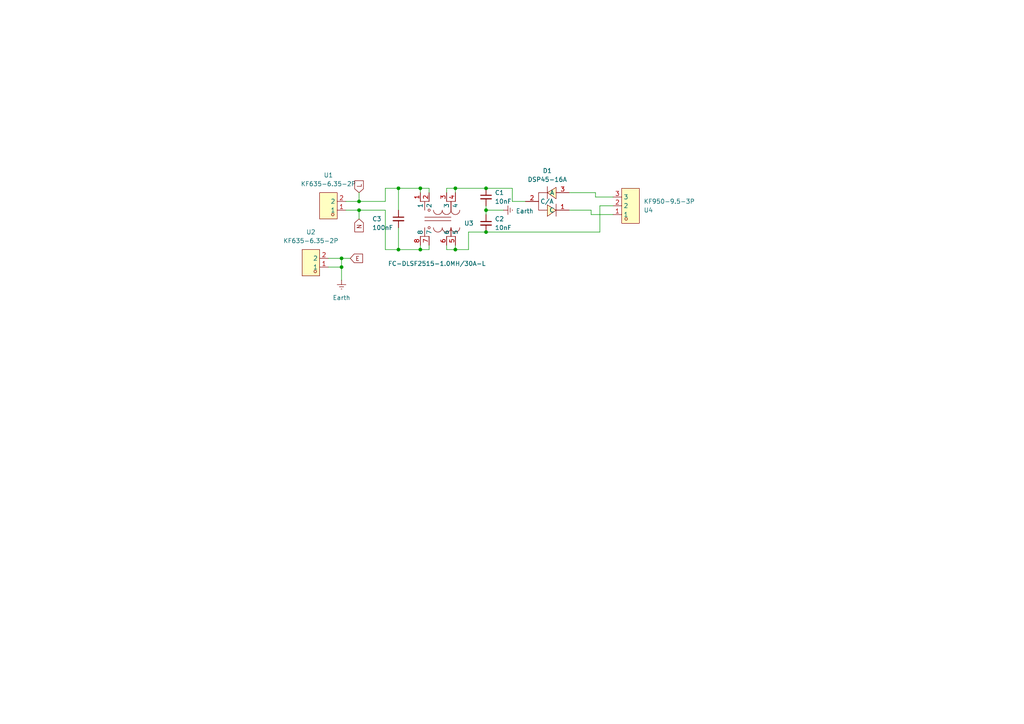
<source format=kicad_sch>
(kicad_sch (version 20250114) (generator "eeschema") (generator_version "9.0")
  (paper "A4")
  (lib_symbols
    (symbol "Custom Parts:C_Small" (pin_numbers (hide yes)) (pin_names (offset 0.254) (hide yes))
      (property "Reference" "C" (at 0.254 1.778 0))
      (property "Value" "C_Small" (at 0.254 -2.032 0))
      (symbol "C_Small_0_1"
        (polyline (pts (xy -1.524 0.508) (xy 1.524 0.508)) (stroke (width 0.3048)))
        (polyline (pts (xy -1.524 -0.508) (xy 1.524 -0.508)) (stroke (width 0.3302)))
      )
      (symbol "C_Small_1_1"
        (pin passive line (at 0 2.54 270) (length 2.032) (name "~") (number "1"))
        (pin passive line (at 0 -2.54 90) (length 2.032) (name "~") (number "2"))
      )
    )
    (symbol "Custom Parts:DSP45-16A"
      (property "Reference" "D" (at 0 7.62 0))
      (property "Value" "DSP45-16A" (at 0 -7.62 0))
      (symbol "DSP45-16A_0_1"
        (polyline (pts (xy -1.27 4.32) (xy -1.27 0.76)))
        (polyline (pts (xy -1.27 -1.02) (xy 1.27 -2.54) (xy -1.27 -4.32) (xy -1.27 -1.02)) (fill (type background)))
        (polyline (pts (xy -1.27 -2.54) (xy -3.81 -2.54) (xy -3.81 2.54) (xy -1.27 2.54)))
        (polyline (pts (xy 1.27 4.06) (xy -1.27 2.54) (xy 1.27 0.76) (xy 1.27 4.06)) (fill (type background)))
        (polyline (pts (xy 1.27 -0.76) (xy 1.27 -4.32)))
        (pin unspecified line (at -7.62 0 0) (length 3.81) (name "C/A") (number "2"))
        (pin unspecified line (at 5.08 2.54 180) (length 3.81) (name "A") (number "3"))
        (pin unspecified line (at 5.08 -2.54 180) (length 3.81) (name "C") (number "1"))
      )
    )
    (symbol "Custom Parts:Earth" (power) (pin_numbers (hide yes)) (pin_names (offset 0) (hide yes))
      (property "Value" "Earth" (at 0 -3.81 0))
      (symbol "Earth_0_1"
        (polyline (pts (xy -0.635 -1.905) (xy 0.635 -1.905)))
        (polyline (pts (xy -0.127 -2.54) (xy 0.127 -2.54)))
        (polyline (pts (xy 0 -1.27) (xy 0 0)))
        (polyline (pts (xy 1.27 -1.27) (xy -1.27 -1.27)))
      )
      (symbol "Earth_1_1"
        (pin power_in line (at 0 0 270) (length 0) (name "~") (number "1"))
      )
    )
    (symbol "Custom Parts:FC-DLSF2515-1.0MH_30A-L"
      (property "Reference" "U" (at 0 11.43 0))
      (property "Value" "FC-DLSF2515-1.0MH/30A-L" (at 0 -8.89 0))
      (symbol "FC-DLSF2515-1.0MH_30A-L_0_1"
        (arc (start -2.54 2.54) (mid -1.2744 1.27) (end -2.54 0))
        (arc (start -2.54 0) (mid -1.2744 -1.27) (end -2.54 -2.54))
        (arc (start -2.54 -2.54) (mid -1.2744 -3.81) (end -2.54 -5.08))
        (polyline (pts (xy -2.54 5.08) (xy -5.08 5.08) (xy -5.08 3.81) (xy -5.08 6.35)))
        (circle (center -2.54 3.81) (radius 0.32))
        (polyline (pts (xy -2.54 -2.54) (xy -5.08 -2.54)))
        (polyline (pts (xy -2.54 -2.54) (xy -5.08 -2.54) (xy -5.08 -3.81) (xy -5.08 -1.27)))
        (polyline (pts (xy -0.51 5.08) (xy -0.51 -2.29) (xy -0.51 -2.54)))
        (polyline (pts (xy 0.51 5.08) (xy 0.51 -2.54)))
        (arc (start 2.54 2.54) (mid 3.806 1.27) (end 2.54 0))
        (arc (start 2.54 0) (mid 3.806 -1.27) (end 2.54 -2.54))
        (arc (start 2.54 -2.54) (mid 3.806 -3.81) (end 2.54 -5.08))
        (polyline (pts (xy 2.54 5.08) (xy 5.08 5.08)))
        (polyline (pts (xy 2.54 5.08) (xy 5.08 5.08) (xy 5.08 6.35) (xy 5.08 3.81)))
        (circle (center 2.54 3.81) (radius 0.32))
        (polyline (pts (xy 2.54 -2.54) (xy 5.08 -2.54)))
        (polyline (pts (xy 2.54 -2.54) (xy 5.08 -2.54) (xy 5.08 -1.27) (xy 5.08 -3.81)))
        (pin unspecified line (at -7.62 6.35 0) (length 2.54) (name "1") (number "1"))
        (pin unspecified line (at -7.62 3.81 0) (length 2.54) (name "2") (number "2"))
        (pin unspecified line (at -7.62 -1.27 0) (length 2.54) (name "3") (number "3"))
        (pin unspecified line (at -7.62 -3.81 0) (length 2.54) (name "4") (number "4"))
        (pin unspecified line (at 7.62 6.35 180) (length 2.54) (name "8") (number "8"))
        (pin unspecified line (at 7.62 3.81 180) (length 2.54) (name "7") (number "7"))
        (pin unspecified line (at 7.62 -1.27 180) (length 2.54) (name "6") (number "6"))
        (pin unspecified line (at 7.62 -3.81 180) (length 2.54) (name "5") (number "5"))
      )
    )
    (symbol "Custom Parts:KF635-6.35-2P"
      (property "Reference" "U" (at 0 6.35 0))
      (property "Value" "KF635-6.35-2P" (at 0 -6.35 0))
      (symbol "KF635-6.35-2P_0_1"
        (rectangle (start -2.54 3.81) (end 2.54 -3.81) (fill (type background)))
        (circle (center -1.27 2.54) (radius 0.38))
        (pin unspecified line (at -5.08 1.27 0) (length 2.54) (name "1") (number "1"))
        (pin unspecified line (at -5.08 -1.27 0) (length 2.54) (name "2") (number "2"))
      )
    )
    (symbol "Custom Parts:KF950-9.5-3P"
      (property "Reference" "U" (at 0 7.62 0))
      (property "Value" "KF950-9.5-3P" (at 0 -7.62 0))
      (symbol "KF950-9.5-3P_0_1"
        (rectangle (start -2.54 5.08) (end 2.54 -5.08) (fill (type background)))
        (circle (center -1.27 3.81) (radius 0.38))
        (pin unspecified line (at -5.08 2.54 0) (length 2.54) (name "1") (number "1"))
        (pin unspecified line (at -5.08 0 0) (length 2.54) (name "2") (number "2"))
        (pin unspecified line (at -5.08 -2.54 0) (length 2.54) (name "3") (number "3"))
      )
    )
  )
  (junction (at 99.06 74.93))
  (junction (at 132.08 54.61))
  (junction (at 115.57 54.61))
  (junction (at 104.14 60.96))
  (junction (at 115.57 72.39))
  (junction (at 99.06 77.47))
  (junction (at 140.97 60.96))
  (junction (at 121.92 72.39))
  (junction (at 132.08 72.39))
  (junction (at 140.97 67.31))
  (junction (at 140.97 54.61))
  (junction (at 104.14 58.42))
  (junction (at 121.92 54.61))
  (wire (pts (xy 115.57 54.61) (xy 115.57 60.96)))
  (wire (pts (xy 148.59 54.61) (xy 148.59 58.42)))
  (wire (pts (xy 111.76 58.42) (xy 111.76 54.61)))
  (wire (pts (xy 100.33 58.42) (xy 104.14 58.42)))
  (wire (pts (xy 171.45 62.23) (xy 177.8 62.23)))
  (wire (pts (xy 148.59 58.42) (xy 152.4 58.42)))
  (wire (pts (xy 129.54 55.88) (xy 129.54 54.61)))
  (wire (pts (xy 121.92 54.61) (xy 124.46 54.61)))
  (wire (pts (xy 115.57 72.39) (xy 121.92 72.39)))
  (wire (pts (xy 173.99 59.69) (xy 177.8 59.69)))
  (wire (pts (xy 129.54 54.61) (xy 132.08 54.61)))
  (wire (pts (xy 129.54 72.39) (xy 132.08 72.39)))
  (wire (pts (xy 100.33 60.96) (xy 104.14 60.96)))
  (wire (pts (xy 173.99 67.31) (xy 173.99 59.69)))
  (wire (pts (xy 172.72 57.15) (xy 177.8 57.15)))
  (wire (pts (xy 115.57 54.61) (xy 121.92 54.61)))
  (wire (pts (xy 111.76 54.61) (xy 115.57 54.61)))
  (wire (pts (xy 140.97 54.61) (xy 148.59 54.61)))
  (wire (pts (xy 132.08 54.61) (xy 132.08 55.88)))
  (wire (pts (xy 140.97 67.31) (xy 173.99 67.31)))
  (wire (pts (xy 172.72 55.88) (xy 172.72 57.15)))
  (wire (pts (xy 165.1 60.96) (xy 171.45 60.96)))
  (wire (pts (xy 104.14 60.96) (xy 111.76 60.96)))
  (wire (pts (xy 129.54 71.12) (xy 129.54 72.39)))
  (wire (pts (xy 124.46 54.61) (xy 124.46 55.88)))
  (wire (pts (xy 121.92 72.39) (xy 121.92 71.12)))
  (wire (pts (xy 104.14 60.96) (xy 104.14 63.5)))
  (wire (pts (xy 115.57 66.04) (xy 115.57 72.39)))
  (wire (pts (xy 95.25 77.47) (xy 99.06 77.47)))
  (wire (pts (xy 135.89 67.31) (xy 140.97 67.31)))
  (wire (pts (xy 165.1 55.88) (xy 172.72 55.88)))
  (wire (pts (xy 104.14 58.42) (xy 111.76 58.42)))
  (wire (pts (xy 121.92 54.61) (xy 121.92 55.88)))
  (wire (pts (xy 132.08 72.39) (xy 135.89 72.39)))
  (wire (pts (xy 135.89 72.39) (xy 135.89 67.31)))
  (wire (pts (xy 99.06 74.93) (xy 99.06 77.47)))
  (wire (pts (xy 124.46 72.39) (xy 124.46 71.12)))
  (wire (pts (xy 140.97 60.96) (xy 140.97 62.23)))
  (wire (pts (xy 121.92 72.39) (xy 124.46 72.39)))
  (wire (pts (xy 140.97 60.96) (xy 146.05 60.96)))
  (wire (pts (xy 171.45 60.96) (xy 171.45 62.23)))
  (wire (pts (xy 99.06 77.47) (xy 99.06 81.28)))
  (wire (pts (xy 104.14 55.88) (xy 104.14 58.42)))
  (wire (pts (xy 111.76 72.39) (xy 115.57 72.39)))
  (wire (pts (xy 95.25 74.93) (xy 99.06 74.93)))
  (wire (pts (xy 99.06 74.93) (xy 101.6 74.93)))
  (wire (pts (xy 132.08 54.61) (xy 140.97 54.61)))
  (wire (pts (xy 140.97 59.69) (xy 140.97 60.96)))
  (wire (pts (xy 111.76 60.96) (xy 111.76 72.39)))
  (wire (pts (xy 132.08 71.12) (xy 132.08 72.39)))
  (global_label "N" (shape input) (at 104.14 63.5 270) (property "Intersheetrefs" "${INTERSHEET_REFS}" (effects (hide yes))))
  (global_label "E" (shape input) (at 101.6 74.93 0) (property "Intersheetrefs" "${INTERSHEET_REFS}" (effects (hide yes))))
  (global_label "L" (shape input) (at 104.14 55.88 90) (property "Intersheetrefs" "${INTERSHEET_REFS}" (effects (hide yes))))
  (symbol (lib_id "Custom Parts:C_Small") (at 115.57 63.5 0) (unit 1)
    (property "Reference" "C3" (at 107.95 63.5 0) (effects (justify left)))
    (property "Value" "100nF" (at 107.95 66.04 0) (effects (justify left)))
    (property "Footprint" "Custom Parts:CAP-TH_L26.5-W11.0-P22.50-D1.4" (effects (hide yes)))
    (property "Description" "Unpolarized capacitor, small symbol" (effects (hide yes)))
  )
  (symbol (lib_id "Custom Parts:KF950-9.5-3P") (at 182.88 59.69 0) (mirror x) (unit 1)
    (property "Reference" "U4" (at 186.69 60.9601 0) (effects (justify left)))
    (property "Value" "KF950-9.5-3P" (at 186.69 58.4201 0) (effects (justify left)))
    (property "Footprint" "Custom Parts:CONN-TH_3P-P9.50_KF950-9.5-3P" (effects (hide yes)))
    (property "Datasheet" "https://lcsc.com/product-detail/New-Quadratic-Unclassified-Data_Cixi-Kefa-Elec-KF950-9-5-3P_C475107.html" (effects (hide yes)))
    (property "LCSC Part" "C475107" (effects (hide yes)))
  )
  (symbol (lib_id "Custom Parts:FC-DLSF2515-1.0MH_30A-L") (at 128.27 63.5 90) (mirror x) (unit 1)
    (property "Reference" "U3" (at 134.62 64.7701 90) (effects (justify right)))
    (property "Value" "FC-DLSF2515-1.0MH/30A-L" (at 112.522 76.454 90) (effects (justify right)))
    (property "Footprint" "Custom Parts:FILTER-TH_8P-L25.0-W18.0" (effects (hide yes)))
    (property "LCSC Part" "C18164943" (effects (hide yes)))
  )
  (symbol (lib_id "Custom Parts:KF635-6.35-2P") (at 95.25 59.69 180) (unit 1)
    (property "Reference" "U1" (at 95.25 50.8 0))
    (property "Value" "KF635-6.35-2P" (at 95.25 53.34 0))
    (property "Footprint" "Custom Parts:CONN-TH_P6.35_KF635-6.35-2P" (effects (hide yes)))
    (property "Datasheet" "https://lcsc.com/product-detail/New-Quadratic-Unclassified-Data_Cixi-Kefa-Elec-KF635-6-35-2P_C475102.html" (effects (hide yes)))
    (property "LCSC Part" "C475102" (effects (hide yes)))
  )
  (symbol (lib_id "Custom Parts:KF635-6.35-2P") (at 90.17 76.2 180) (unit 1)
    (property "Reference" "U2" (at 90.17 67.31 0))
    (property "Value" "KF635-6.35-2P" (at 90.17 69.85 0))
    (property "Footprint" "Custom Parts:CONN-TH_P6.35_KF635-6.35-2P" (effects (hide yes)))
    (property "Datasheet" "https://lcsc.com/product-detail/New-Quadratic-Unclassified-Data_Cixi-Kefa-Elec-KF635-6-35-2P_C475102.html" (effects (hide yes)))
    (property "LCSC Part" "C475102" (effects (hide yes)))
  )
  (symbol (lib_id "Custom Parts:Earth") (at 146.05 60.96 90) (unit 1)
    (property "Reference" "#PWR03" (effects (hide yes)))
    (property "Value" "Earth" (at 149.606 61.214 90) (effects (justify right)))
    (property "Description" "Power symbol creates a global label with name \"Earth\"" (effects (hide yes)))
  )
  (symbol (lib_id "Custom Parts:DSP45-16A") (at 160.02 58.42 0) (unit 1)
    (property "Reference" "D1" (at 158.75 49.53 0))
    (property "Value" "DSP45-16A" (at 158.75 52.07 0))
    (property "Footprint" "Custom Parts:TO-247-3_L15.9-W5.1-P5.44-L" (effects (hide yes)))
    (property "Datasheet" "https://lcsc.com/product-detail/Diodes-General-Purpose_IXYS-DSP45-16A_C426676.html" (effects (hide yes)))
    (property "LCSC Part" "C426676" (effects (hide yes)))
  )
  (symbol (lib_id "Custom Parts:C_Small") (at 140.97 57.15 0) (unit 1)
    (property "Reference" "C1" (at 143.51 55.8862 0) (effects (justify left)))
    (property "Value" "10nF" (at 143.51 58.4262 0) (effects (justify left)))
    (property "Footprint" "Custom Parts:CAP-TH_L13.0-W6.0-P10.00-D0.6" (effects (hide yes)))
    (property "Description" "Unpolarized capacitor, small symbol" (effects (hide yes)))
  )
  (symbol (lib_id "Custom Parts:C_Small") (at 140.97 64.77 0) (unit 1)
    (property "Reference" "C2" (at 143.51 63.5062 0) (effects (justify left)))
    (property "Value" "10nF" (at 143.51 66.0462 0) (effects (justify left)))
    (property "Footprint" "Custom Parts:CAP-TH_L13.0-W6.0-P10.00-D0.6" (effects (hide yes)))
    (property "Description" "Unpolarized capacitor, small symbol" (effects (hide yes)))
  )
  (symbol (lib_id "Custom Parts:Earth") (at 99.06 81.28 0) (unit 1)
    (property "Reference" "#PWR02" (effects (hide yes)))
    (property "Value" "Earth" (at 99.06 86.36 0))
    (property "Description" "Power symbol creates a global label with name \"Earth\"" (effects (hide yes)))
  )
)
</source>
